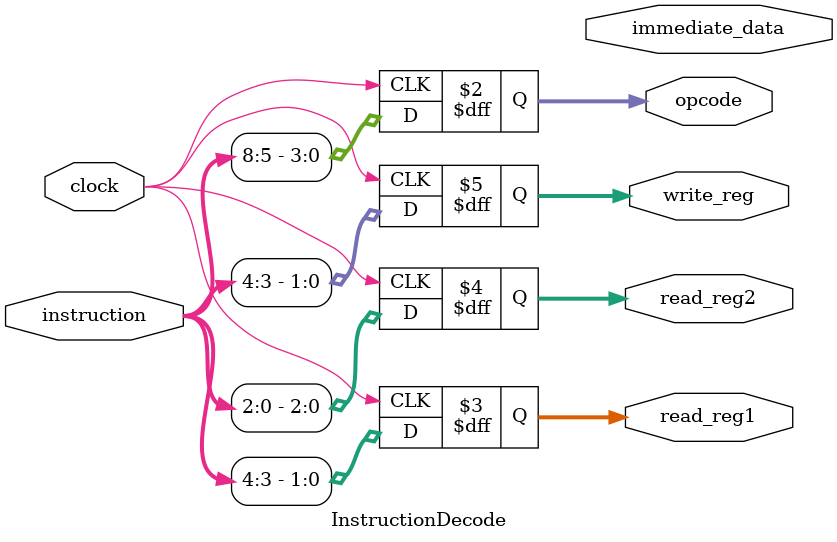
<source format=v>
`timescale 1ns / 1ps


module InstructionDecode(
    input clock,
    input wire [8:0] instruction,
    output reg [3:0] opcode,
    output reg [1:0] read_reg1,
    output reg [2:0] read_reg2,
    output reg [1:0] write_reg,
    output reg [2:0] immediate_data
    );
    
    always @(posedge clock) begin
        
        //first 4 bits always opcode
        opcode[3] = instruction[8];
        opcode[2] = instruction[7];
        opcode[1] = instruction[6];
        opcode[0] = instruction[5];
        
        
        //next two bits always destination, read from in arithmetic instructions
        read_reg1[1] = instruction[4];
        read_reg1[0] = instruction[3];
        
        write_reg[1] = instruction[4];
        write_reg[0] = instruction[3];
        
        
        read_reg2[2] = instruction[2]; 
        read_reg2[1] = instruction[1];
        read_reg2[0] = instruction[0];
        
    end
endmodule

</source>
